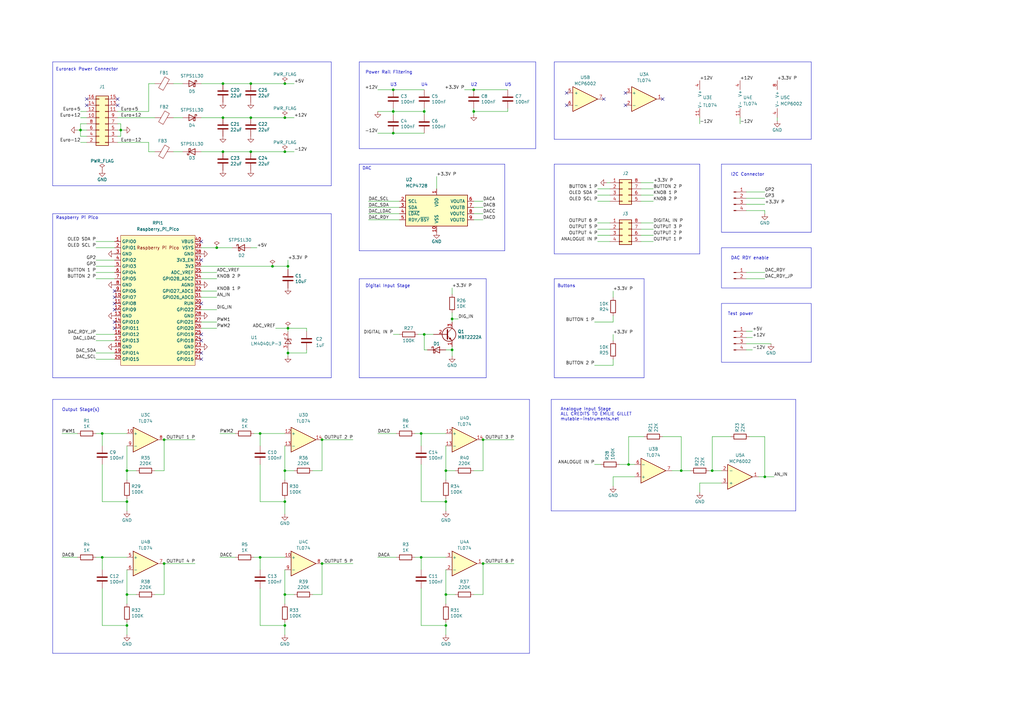
<source format=kicad_sch>
(kicad_sch (version 20230121) (generator eeschema)
  (paper "A3")
  (title_block (title "DAC board for EuroPi") (date "2023-05-28") (rev "1") (company "François Georgy") (comment 1 "CC BY-SA 3.0"))
  (junction (at 52.07 243.84))
  (junction (at 182.88 193.04))
  (junction (at 173.99 45.72))
  (junction (at 182.88 205.74))
  (junction (at 88.9 101.6))
  (junction (at 161.29 36.83))
  (junction (at 91.44 48.26))
  (junction (at 49.53 53.34))
  (junction (at 161.29 45.72))
  (junction (at 198.12 180.34))
  (junction (at 67.31 231.14))
  (junction (at 161.29 54.61))
  (junction (at 194.31 36.83))
  (junction (at 52.07 193.04))
  (junction (at 116.84 34.29))
  (junction (at 132.08 180.34))
  (junction (at 116.84 205.74))
  (junction (at 185.42 130.81))
  (junction (at 33.02 53.34))
  (junction (at 102.87 48.26))
  (junction (at 52.07 205.74))
  (junction (at 279.4 193.04))
  (junction (at 41.91 177.8))
  (junction (at 118.11 144.78))
  (junction (at 132.08 231.14))
  (junction (at 173.99 137.16))
  (junction (at 118.11 134.62))
  (junction (at 182.88 256.54))
  (junction (at 292.1 193.04))
  (junction (at 67.31 180.34))
  (junction (at 102.87 62.23))
  (junction (at 91.44 62.23))
  (junction (at 111.76 109.22))
  (junction (at 91.44 34.29))
  (junction (at 172.72 177.8))
  (junction (at 41.91 228.6))
  (junction (at 194.31 45.72))
  (junction (at 313.69 195.58))
  (junction (at 198.12 231.14))
  (junction (at 185.42 143.51))
  (junction (at 52.07 256.54))
  (junction (at 102.87 34.29))
  (junction (at 116.84 48.26))
  (junction (at 182.88 243.84))
  (junction (at 106.68 177.8))
  (junction (at 116.84 243.84))
  (junction (at 116.84 62.23))
  (junction (at 118.11 109.22))
  (junction (at 172.72 228.6))
  (junction (at 257.81 190.5))
  (junction (at 106.68 228.6))
  (junction (at 116.84 256.54))
  (junction (at 116.84 193.04))
  (no_connect (at 82.55 137.16))
  (no_connect (at 46.99 134.62))
  (no_connect (at 46.99 119.38))
  (no_connect (at 48.26 43.18))
  (no_connect (at 35.56 40.64))
  (no_connect (at 46.99 121.92))
  (no_connect (at 46.99 132.08))
  (no_connect (at 46.99 127))
  (no_connect (at 82.55 139.7))
  (no_connect (at 82.55 147.32))
  (no_connect (at 256.54 43.18))
  (no_connect (at 271.78 40.64))
  (no_connect (at 256.54 38.1))
  (no_connect (at 48.26 40.64))
  (no_connect (at 82.55 99.06))
  (no_connect (at 82.55 106.68))
  (no_connect (at 82.55 124.46))
  (no_connect (at 82.55 144.78))
  (no_connect (at 35.56 43.18))
  (no_connect (at 46.99 124.46))
  (no_connect (at 232.41 43.18))
  (no_connect (at 232.41 38.1))
  (no_connect (at 247.65 40.64))
  (wire (pts (xy 52.07 205.74) (xy 41.91 205.74)))
  (polyline (pts (xy 332.74 95.25) (xy 295.91 95.25)))
  (wire (pts (xy 279.4 193.04) (xy 275.59 193.04)))
  (wire (pts (xy 262.89 74.93) (xy 267.97 74.93)))
  (wire (pts (xy 49.53 53.34) (xy 50.8 53.34)))
  (wire (pts (xy 125.73 135.89) (xy 125.73 134.62)))
  (polyline (pts (xy 226.06 163.83) (xy 226.06 209.55)))
  (wire (pts (xy 39.37 99.06) (xy 46.99 99.06)))
  (wire (pts (xy 82.55 127) (xy 88.9 127)))
  (wire (pts (xy 71.12 34.29) (xy 74.93 34.29)))
  (wire (pts (xy 35.56 50.8) (xy 33.02 50.8)))
  (wire (pts (xy 82.55 119.38) (xy 88.9 119.38)))
  (wire (pts (xy 106.68 177.8) (xy 116.84 177.8)))
  (wire (pts (xy 306.07 111.76) (xy 313.69 111.76)))
  (wire (pts (xy 151.13 85.09) (xy 163.83 85.09)))
  (wire (pts (xy 118.11 144.78) (xy 125.73 144.78)))
  (polyline (pts (xy 147.32 102.87) (xy 147.32 67.31)))
  (wire (pts (xy 118.11 109.22) (xy 118.11 110.49)))
  (wire (pts (xy 116.84 182.88) (xy 116.84 193.04)))
  (wire (pts (xy 106.68 177.8) (xy 104.14 177.8)))
  (wire (pts (xy 287.02 50.8) (xy 287.02 48.26)))
  (wire (pts (xy 33.02 53.34) (xy 31.75 53.34)))
  (wire (pts (xy 52.07 243.84) (xy 52.07 247.65)))
  (wire (pts (xy 185.42 128.27) (xy 185.42 130.81)))
  (wire (pts (xy 313.69 179.07) (xy 307.34 179.07)))
  (polyline (pts (xy 227.33 67.31) (xy 227.33 104.14)))
  (wire (pts (xy 67.31 231.14) (xy 80.01 231.14)))
  (wire (pts (xy 82.55 109.22) (xy 111.76 109.22)))
  (wire (pts (xy 313.69 195.58) (xy 313.69 179.07)))
  (wire (pts (xy 82.55 132.08) (xy 88.9 132.08)))
  (wire (pts (xy 245.11 82.55) (xy 250.19 82.55)))
  (wire (pts (xy 182.88 205.74) (xy 182.88 209.55)))
  (wire (pts (xy 161.29 54.61) (xy 173.99 54.61)))
  (wire (pts (xy 144.78 180.34) (xy 132.08 180.34)))
  (polyline (pts (xy 199.39 114.3) (xy 199.39 154.94)))
  (wire (pts (xy 295.91 193.04) (xy 292.1 193.04)))
  (wire (pts (xy 173.99 137.16) (xy 173.99 143.51)))
  (wire (pts (xy 82.55 34.29) (xy 91.44 34.29)))
  (wire (pts (xy 33.02 45.72) (xy 35.56 45.72)))
  (wire (pts (xy 182.88 243.84) (xy 182.88 247.65)))
  (wire (pts (xy 116.84 255.27) (xy 116.84 256.54)))
  (wire (pts (xy 60.96 62.23) (xy 60.96 58.42)))
  (wire (pts (xy 257.81 190.5) (xy 260.35 190.5)))
  (wire (pts (xy 48.26 53.34) (xy 49.53 53.34)))
  (wire (pts (xy 317.5 195.58) (xy 313.69 195.58)))
  (wire (pts (xy 251.46 132.08) (xy 251.46 129.54)))
  (polyline (pts (xy 135.89 154.94) (xy 21.59 154.94)))
  (wire (pts (xy 48.26 45.72) (xy 60.96 45.72)))
  (wire (pts (xy 41.91 256.54) (xy 41.91 241.3)))
  (wire (pts (xy 102.87 101.6) (xy 105.41 101.6)))
  (wire (pts (xy 292.1 193.04) (xy 290.83 193.04)))
  (wire (pts (xy 245.11 91.44) (xy 250.19 91.44)))
  (polyline (pts (xy 287.02 67.31) (xy 287.02 104.14)))
  (wire (pts (xy 82.55 111.76) (xy 88.9 111.76)))
  (wire (pts (xy 198.12 180.34) (xy 198.12 193.04)))
  (wire (pts (xy 52.07 205.74) (xy 52.07 209.55)))
  (wire (pts (xy 52.07 204.47) (xy 52.07 205.74)))
  (wire (pts (xy 182.88 204.47) (xy 182.88 205.74)))
  (wire (pts (xy 182.88 205.74) (xy 172.72 205.74)))
  (wire (pts (xy 48.26 48.26) (xy 63.5 48.26)))
  (wire (pts (xy 39.37 114.3) (xy 46.99 114.3)))
  (wire (pts (xy 245.11 80.01) (xy 250.19 80.01)))
  (polyline (pts (xy 295.91 95.25) (xy 295.91 67.31)))
  (wire (pts (xy 60.96 34.29) (xy 63.5 34.29)))
  (polyline (pts (xy 147.32 114.3) (xy 199.39 114.3)))
  (wire (pts (xy 306.07 135.89) (xy 308.61 135.89)))
  (wire (pts (xy 248.92 74.93) (xy 250.19 74.93)))
  (wire (pts (xy 41.91 177.8) (xy 52.07 177.8)))
  (wire (pts (xy 243.84 190.5) (xy 246.38 190.5)))
  (wire (pts (xy 306.07 86.36) (xy 313.69 86.36)))
  (wire (pts (xy 172.72 228.6) (xy 170.18 228.6)))
  (wire (pts (xy 35.56 55.88) (xy 33.02 55.88)))
  (wire (pts (xy 67.31 243.84) (xy 63.5 243.84)))
  (wire (pts (xy 198.12 193.04) (xy 194.31 193.04)))
  (wire (pts (xy 116.84 62.23) (xy 120.65 62.23)))
  (wire (pts (xy 106.68 182.88) (xy 106.68 177.8)))
  (polyline (pts (xy 264.16 114.3) (xy 227.33 114.3)))
  (wire (pts (xy 39.37 101.6) (xy 46.99 101.6)))
  (wire (pts (xy 48.26 58.42) (xy 60.96 58.42)))
  (wire (pts (xy 52.07 255.27) (xy 52.07 256.54)))
  (polyline (pts (xy 207.01 102.87) (xy 147.32 102.87)))
  (wire (pts (xy 194.31 45.72) (xy 194.31 46.99)))
  (wire (pts (xy 279.4 179.07) (xy 279.4 193.04)))
  (wire (pts (xy 179.07 72.39) (xy 179.07 77.47)))
  (wire (pts (xy 116.84 193.04) (xy 116.84 196.85)))
  (wire (pts (xy 132.08 193.04) (xy 128.27 193.04)))
  (wire (pts (xy 52.07 193.04) (xy 52.07 196.85)))
  (polyline (pts (xy 135.89 76.2) (xy 135.89 25.4)))
  (polyline (pts (xy 135.89 87.63) (xy 135.89 154.94)))
  (wire (pts (xy 303.53 50.8) (xy 303.53 48.26)))
  (wire (pts (xy 185.42 143.51) (xy 185.42 146.05)))
  (wire (pts (xy 90.17 177.8) (xy 96.52 177.8)))
  (polyline (pts (xy 227.33 57.15) (xy 227.33 25.4)))
  (wire (pts (xy 182.88 256.54) (xy 182.88 260.35)))
  (wire (pts (xy 49.53 55.88) (xy 49.53 53.34)))
  (polyline (pts (xy 295.91 67.31) (xy 332.74 67.31)))
  (wire (pts (xy 154.94 228.6) (xy 162.56 228.6)))
  (wire (pts (xy 33.02 50.8) (xy 33.02 53.34)))
  (wire (pts (xy 198.12 180.34) (xy 210.82 180.34)))
  (wire (pts (xy 194.31 90.17) (xy 198.12 90.17)))
  (wire (pts (xy 251.46 195.58) (xy 260.35 195.58)))
  (wire (pts (xy 306.07 138.43) (xy 308.61 138.43)))
  (wire (pts (xy 116.84 48.26) (xy 120.65 48.26)))
  (wire (pts (xy 306.07 81.28) (xy 313.69 81.28)))
  (wire (pts (xy 245.11 77.47) (xy 250.19 77.47)))
  (wire (pts (xy 182.88 256.54) (xy 172.72 256.54)))
  (polyline (pts (xy 227.33 67.31) (xy 287.02 67.31)))
  (wire (pts (xy 82.55 121.92) (xy 88.9 121.92)))
  (wire (pts (xy 313.69 87.63) (xy 313.69 86.36)))
  (wire (pts (xy 182.88 255.27) (xy 182.88 256.54)))
  (wire (pts (xy 67.31 180.34) (xy 67.31 193.04)))
  (wire (pts (xy 251.46 137.16) (xy 251.46 139.7)))
  (wire (pts (xy 111.76 109.22) (xy 118.11 109.22)))
  (wire (pts (xy 198.12 231.14) (xy 198.12 243.84)))
  (wire (pts (xy 172.72 233.68) (xy 172.72 228.6)))
  (wire (pts (xy 182.88 233.68) (xy 182.88 243.84)))
  (wire (pts (xy 262.89 77.47) (xy 267.97 77.47)))
  (wire (pts (xy 39.37 144.78) (xy 46.99 144.78)))
  (wire (pts (xy 182.88 143.51) (xy 185.42 143.51)))
  (polyline (pts (xy 147.32 154.94) (xy 147.32 114.3)))
  (wire (pts (xy 262.89 93.98) (xy 267.97 93.98)))
  (wire (pts (xy 39.37 139.7) (xy 46.99 139.7)))
  (wire (pts (xy 118.11 134.62) (xy 125.73 134.62)))
  (wire (pts (xy 35.56 53.34) (xy 33.02 53.34)))
  (wire (pts (xy 161.29 44.45) (xy 161.29 45.72)))
  (wire (pts (xy 48.26 50.8) (xy 49.53 50.8)))
  (wire (pts (xy 173.99 44.45) (xy 173.99 45.72)))
  (wire (pts (xy 154.94 45.72) (xy 161.29 45.72)))
  (wire (pts (xy 306.07 83.82) (xy 313.69 83.82)))
  (wire (pts (xy 116.84 205.74) (xy 106.68 205.74)))
  (wire (pts (xy 91.44 34.29) (xy 102.87 34.29)))
  (wire (pts (xy 161.29 36.83) (xy 173.99 36.83)))
  (wire (pts (xy 91.44 62.23) (xy 102.87 62.23)))
  (polyline (pts (xy 332.74 57.15) (xy 227.33 57.15)))
  (wire (pts (xy 151.13 87.63) (xy 163.83 87.63)))
  (polyline (pts (xy 326.39 163.83) (xy 226.06 163.83)))
  (wire (pts (xy 41.91 177.8) (xy 39.37 177.8)))
  (polyline (pts (xy 21.59 76.2) (xy 135.89 76.2)))
  (wire (pts (xy 116.84 256.54) (xy 106.68 256.54)))
  (wire (pts (xy 292.1 193.04) (xy 292.1 179.07)))
  (wire (pts (xy 262.89 80.01) (xy 267.97 80.01)))
  (wire (pts (xy 251.46 149.86) (xy 243.84 149.86)))
  (wire (pts (xy 172.72 205.74) (xy 172.72 190.5)))
  (polyline (pts (xy 226.06 209.55) (xy 326.39 209.55)))
  (wire (pts (xy 182.88 182.88) (xy 182.88 193.04)))
  (wire (pts (xy 120.65 243.84) (xy 116.84 243.84)))
  (wire (pts (xy 262.89 96.52) (xy 267.97 96.52)))
  (wire (pts (xy 318.77 49.53) (xy 318.77 48.26)))
  (wire (pts (xy 154.94 54.61) (xy 161.29 54.61)))
  (wire (pts (xy 67.31 180.34) (xy 80.01 180.34)))
  (wire (pts (xy 67.31 231.14) (xy 67.31 243.84)))
  (wire (pts (xy 186.69 193.04) (xy 182.88 193.04)))
  (wire (pts (xy 52.07 182.88) (xy 52.07 193.04)))
  (polyline (pts (xy 264.16 154.94) (xy 264.16 114.3)))
  (wire (pts (xy 102.87 62.23) (xy 116.84 62.23)))
  (wire (pts (xy 48.26 55.88) (xy 49.53 55.88)))
  (wire (pts (xy 271.78 179.07) (xy 279.4 179.07)))
  (wire (pts (xy 41.91 233.68) (xy 41.91 228.6)))
  (polyline (pts (xy 147.32 25.4) (xy 219.71 25.4)))
  (polyline (pts (xy 21.59 25.4) (xy 21.59 76.2)))
  (wire (pts (xy 177.8 137.16) (xy 173.99 137.16)))
  (wire (pts (xy 52.07 233.68) (xy 52.07 243.84)))
  (wire (pts (xy 262.89 99.06) (xy 267.97 99.06)))
  (wire (pts (xy 283.21 193.04) (xy 279.4 193.04)))
  (wire (pts (xy 118.11 146.05) (xy 118.11 144.78)))
  (polyline (pts (xy 287.02 104.14) (xy 227.33 104.14)))
  (wire (pts (xy 154.94 36.83) (xy 161.29 36.83)))
  (wire (pts (xy 194.31 82.55) (xy 198.12 82.55)))
  (polyline (pts (xy 199.39 154.94) (xy 147.32 154.94)))
  (wire (pts (xy 306.07 143.51) (xy 308.61 143.51)))
  (wire (pts (xy 52.07 256.54) (xy 52.07 260.35)))
  (wire (pts (xy 245.11 99.06) (xy 250.19 99.06)))
  (wire (pts (xy 194.31 44.45) (xy 194.31 45.72)))
  (wire (pts (xy 90.17 228.6) (xy 96.52 228.6)))
  (wire (pts (xy 102.87 34.29) (xy 116.84 34.29)))
  (wire (pts (xy 125.73 143.51) (xy 125.73 144.78)))
  (wire (pts (xy 82.55 114.3) (xy 88.9 114.3)))
  (wire (pts (xy 118.11 106.68) (xy 118.11 109.22)))
  (wire (pts (xy 25.4 177.8) (xy 31.75 177.8)))
  (wire (pts (xy 132.08 231.14) (xy 144.78 231.14)))
  (wire (pts (xy 262.89 91.44) (xy 267.97 91.44)))
  (polyline (pts (xy 147.32 67.31) (xy 207.01 67.31)))
  (polyline (pts (xy 217.17 163.83) (xy 21.59 163.83)))
  (wire (pts (xy 306.07 78.74) (xy 313.69 78.74)))
  (polyline (pts (xy 21.59 267.97) (xy 217.17 267.97)))
  (wire (pts (xy 113.03 134.62) (xy 118.11 134.62)))
  (polyline (pts (xy 21.59 25.4) (xy 135.89 25.4)))
  (wire (pts (xy 33.02 48.26) (xy 35.56 48.26)))
  (wire (pts (xy 71.12 48.26) (xy 74.93 48.26)))
  (wire (pts (xy 52.07 256.54) (xy 41.91 256.54)))
  (wire (pts (xy 39.37 137.16) (xy 46.99 137.16)))
  (polyline (pts (xy 326.39 209.55) (xy 326.39 163.83)))
  (wire (pts (xy 55.88 243.84) (xy 52.07 243.84)))
  (wire (pts (xy 251.46 119.38) (xy 251.46 121.92)))
  (wire (pts (xy 82.55 62.23) (xy 91.44 62.23)))
  (wire (pts (xy 132.08 243.84) (xy 128.27 243.84)))
  (wire (pts (xy 185.42 118.11) (xy 185.42 120.65)))
  (wire (pts (xy 198.12 231.14) (xy 210.82 231.14)))
  (polyline (pts (xy 21.59 163.83) (xy 21.59 267.97)))
  (wire (pts (xy 116.84 205.74) (xy 116.84 210.82)))
  (wire (pts (xy 173.99 45.72) (xy 173.99 46.99)))
  (wire (pts (xy 185.42 142.24) (xy 185.42 143.51)))
  (wire (pts (xy 116.84 256.54) (xy 116.84 260.35)))
  (wire (pts (xy 39.37 109.22) (xy 46.99 109.22)))
  (wire (pts (xy 172.72 177.8) (xy 182.88 177.8)))
  (wire (pts (xy 251.46 199.39) (xy 251.46 195.58)))
  (wire (pts (xy 172.72 228.6) (xy 182.88 228.6)))
  (wire (pts (xy 41.91 182.88) (xy 41.91 177.8)))
  (wire (pts (xy 161.29 45.72) (xy 173.99 45.72)))
  (wire (pts (xy 39.37 111.76) (xy 46.99 111.76)))
  (wire (pts (xy 82.55 134.62) (xy 88.9 134.62)))
  (wire (pts (xy 82.55 101.6) (xy 88.9 101.6)))
  (wire (pts (xy 172.72 182.88) (xy 172.72 177.8)))
  (wire (pts (xy 154.94 177.8) (xy 162.56 177.8)))
  (wire (pts (xy 287.02 201.93) (xy 287.02 198.12)))
  (wire (pts (xy 262.89 82.55) (xy 267.97 82.55)))
  (wire (pts (xy 106.68 228.6) (xy 104.14 228.6)))
  (wire (pts (xy 194.31 87.63) (xy 198.12 87.63)))
  (wire (pts (xy 132.08 231.14) (xy 132.08 243.84)))
  (wire (pts (xy 39.37 106.68) (xy 46.99 106.68)))
  (wire (pts (xy 171.45 137.16) (xy 173.99 137.16)))
  (wire (pts (xy 60.96 34.29) (xy 60.96 45.72)))
  (wire (pts (xy 41.91 228.6) (xy 39.37 228.6)))
  (wire (pts (xy 41.91 205.74) (xy 41.91 190.5)))
  (polyline (pts (xy 21.59 154.94) (xy 21.59 87.63)))
  (wire (pts (xy 116.84 204.47) (xy 116.84 205.74)))
  (wire (pts (xy 67.31 193.04) (xy 63.5 193.04)))
  (wire (pts (xy 106.68 228.6) (xy 116.84 228.6)))
  (wire (pts (xy 49.53 50.8) (xy 49.53 53.34)))
  (wire (pts (xy 102.87 48.26) (xy 116.84 48.26)))
  (wire (pts (xy 185.42 130.81) (xy 187.96 130.81)))
  (polyline (pts (xy 147.32 25.4) (xy 147.32 60.96)))
  (wire (pts (xy 194.31 45.72) (xy 208.28 45.72)))
  (wire (pts (xy 254 190.5) (xy 257.81 190.5)))
  (wire (pts (xy 306.07 114.3) (xy 313.69 114.3)))
  (wire (pts (xy 60.96 62.23) (xy 63.5 62.23)))
  (wire (pts (xy 251.46 132.08) (xy 243.84 132.08)))
  (wire (pts (xy 185.42 130.81) (xy 185.42 132.08)))
  (wire (pts (xy 116.84 233.68) (xy 116.84 243.84)))
  (wire (pts (xy 161.29 137.16) (xy 163.83 137.16)))
  (wire (pts (xy 88.9 101.6) (xy 95.25 101.6)))
  (wire (pts (xy 33.02 58.42) (xy 35.56 58.42)))
  (polyline (pts (xy 219.71 60.96) (xy 219.71 25.4)))
  (wire (pts (xy 245.11 93.98) (xy 250.19 93.98)))
  (wire (pts (xy 55.88 193.04) (xy 52.07 193.04)))
  (wire (pts (xy 71.12 62.23) (xy 74.93 62.23)))
  (polyline (pts (xy 227.33 154.94) (xy 264.16 154.94)))
  (wire (pts (xy 82.55 48.26) (xy 91.44 48.26)))
  (polyline (pts (xy 227.33 114.3) (xy 227.33 154.94)))
  (polyline (pts (xy 227.33 25.4) (xy 332.74 25.4)))
  (wire (pts (xy 132.08 180.34) (xy 132.08 193.04)))
  (wire (pts (xy 172.72 256.54) (xy 172.72 241.3)))
  (wire (pts (xy 106.68 256.54) (xy 106.68 241.3)))
  (wire (pts (xy 91.44 48.26) (xy 102.87 48.26)))
  (polyline (pts (xy 217.17 267.97) (xy 217.17 163.83)))
  (wire (pts (xy 106.68 205.74) (xy 106.68 190.5)))
  (wire (pts (xy 198.12 243.84) (xy 194.31 243.84)))
  (wire (pts (xy 264.16 179.07) (xy 257.81 179.07)))
  (wire (pts (xy 172.72 177.8) (xy 170.18 177.8)))
  (wire (pts (xy 33.02 53.34) (xy 33.02 55.88)))
  (wire (pts (xy 151.13 82.55) (xy 163.83 82.55)))
  (wire (pts (xy 292.1 179.07) (xy 299.72 179.07)))
  (wire (pts (xy 208.28 44.45) (xy 208.28 45.72)))
  (wire (pts (xy 151.13 90.17) (xy 163.83 90.17)))
  (polyline (pts (xy 207.01 67.31) (xy 207.01 102.87)))
  (wire (pts (xy 120.65 193.04) (xy 116.84 193.04)))
  (wire (pts (xy 245.11 96.52) (xy 250.19 96.52)))
  (wire (pts (xy 287.02 198.12) (xy 295.91 198.12)))
  (polyline (pts (xy 21.59 87.63) (xy 135.89 87.63)))
  (wire (pts (xy 118.11 134.62) (xy 118.11 135.89)))
  (wire (pts (xy 118.11 143.51) (xy 118.11 144.78)))
  (wire (pts (xy 173.99 143.51) (xy 175.26 143.51)))
  (wire (pts (xy 116.84 243.84) (xy 116.84 247.65)))
  (wire (pts (xy 186.69 243.84) (xy 182.88 243.84)))
  (wire (pts (xy 182.88 193.04) (xy 182.88 196.85)))
  (wire (pts (xy 194.31 85.09) (xy 198.12 85.09)))
  (wire (pts (xy 106.68 233.68) (xy 106.68 228.6)))
  (wire (pts (xy 190.5 36.83) (xy 194.31 36.83)))
  (wire (pts (xy 25.4 228.6) (xy 31.75 228.6)))
  (wire (pts (xy 41.91 228.6) (xy 52.07 228.6)))
  (wire (pts (xy 257.81 179.07) (xy 257.81 190.5)))
  (wire (pts (xy 116.84 34.29) (xy 120.65 34.29)))
  (polyline (pts (xy 332.74 67.31) (xy 332.74 95.25)))
  (wire (pts (xy 161.29 45.72) (xy 161.29 46.99)))
  (polyline (pts (xy 332.74 25.4) (xy 332.74 57.15)))
  (wire (pts (xy 306.07 140.97) (xy 316.23 140.97)))
  (wire (pts (xy 311.15 195.58) (xy 313.69 195.58)))
  (wire (pts (xy 39.37 147.32) (xy 46.99 147.32)))
  (wire (pts (xy 251.46 149.86) (xy 251.46 147.32)))
  (wire (pts (xy 194.31 36.83) (xy 208.28 36.83)))
  (polyline (pts (xy 147.32 60.96) (xy 219.71 60.96)))
  (rectangle (start 295.91 124.46) (end 332.74 148.59))
  (rectangle (start 295.91 101.6) (end 332.74 118.11))
  (text "U2" (at 193.04 35.56 0) (effects (font (size 1.27 1.27)) (justify left bottom)))
  (text "Buttons" (at 228.6 118.11 0) (effects (font (size 1.27 1.27)) (justify left bottom)))
  (text "Analogue Input Stage\nALL CREDITS TO ÉMILIE GILLET\nmutable-instruments.net" (at 229.87 172.72 0) (effects (font (size 1.27 1.27)) (justify left bottom)))
  (text "Power Rail Filtering" (at 149.86 30.48 0) (effects (font (size 1.27 1.27)) (justify left bottom)))
  (text "Eurorack Power Connector" (at 22.86 29.21 0) (effects (font (size 1.27 1.27)) (justify left bottom)))
  (text "I2C Connector" (at 299.72 72.39 0) (effects (font (size 1.27 1.27)) (justify left bottom)))
  (text "U3" (at 160.02 35.56 0) (effects (font (size 1.27 1.27)) (justify left bottom)))
  (text "Digital Input Stage\n" (at 149.86 118.11 0) (effects (font (size 1.27 1.27)) (justify left bottom)))
  (text "DAC" (at 148.59 69.85 0) (effects (font (size 1.27 1.27)) (justify left bottom)))
  (text "Raspberry Pi Pico" (at 22.86 90.17 0) (effects (font (size 1.27 1.27)) (justify left bottom)))
  (text "U4" (at 172.72 35.56 0) (effects (font (size 1.27 1.27)) (justify left bottom)))
  (text "Output Stage(s)" (at 25.4 168.91 0) (effects (font (size 1.27 1.27)) (justify left bottom)))
  (text "U5" (at 207.01 35.56 0) (effects (font (size 1.27 1.27)) (justify left bottom)))
  (text "Test power" (at 298.45 129.54 0) (effects (font (size 1.27 1.27)) (justify left bottom)))
  (text "DAC RDY enable" (at 299.72 106.68 0) (effects (font (size 1.27 1.27)) (justify left bottom)))
  (label "-12V" (at 287.02 50.8 0))
  (label "+12V" (at 120.65 48.26 0))
  (label "OLED SCL P" (at 245.11 82.55 180))
  (label "+5V" (at 120.65 34.29 0))
  (label "OUTPUT 6 P" (at 245.11 91.44 180))
  (label "DAC_LDAC" (at 151.13 87.63 0))
  (label "DACC" (at 198.12 87.63 0))
  (label "GP2" (at 39.37 106.68 180))
  (label "DACA" (at 154.94 228.6 0))
  (label "KNOB 2 P" (at 88.9 114.3 0))
  (label "DACC" (at 90.17 228.6 0))
  (label "GP3" (at 39.37 109.22 180))
  (label "BUTTON 2 P" (at 243.84 149.86 180))
  (label "-12V" (at 154.94 54.61 180))
  (label "DACA" (at 198.12 82.55 0))
  (label "BUTTON 2 P" (at 267.97 77.47 0))
  (label "GP2" (at 313.69 78.74 0))
  (label "OUTPUT 2 P" (at 267.97 96.52 0))
  (label "DIG_IN" (at 187.96 130.81 0))
  (label "Euro+12" (at 49.53 48.26 0))
  (label "-12V" (at 303.53 50.8 0))
  (label "+3.3V P" (at 267.97 74.93 0))
  (label "+12V" (at 154.94 36.83 180))
  (label "PWM1" (at 25.4 177.8 0))
  (label "DACB" (at 25.4 228.6 0))
  (label "ADC_VREF" (at 113.03 134.62 180))
  (label "OUTPUT 3 P" (at 267.97 93.98 0))
  (label "+3.3V P" (at 179.07 72.39 0))
  (label "DACD" (at 198.12 90.17 0))
  (label "+3.3V P" (at 251.46 137.16 0))
  (label "DAC_SCL" (at 39.37 147.32 180))
  (label "OUTPUT 5 P" (at 144.78 231.14 180))
  (label "+3.3V P" (at 318.77 33.02 0))
  (label "DAC_SCL" (at 151.13 82.55 0))
  (label "+5V" (at 105.41 101.6 0))
  (label "OUTPUT 3 P" (at 210.82 180.34 180))
  (label "PWM1" (at 88.9 132.08 0))
  (label "OLED SDA P" (at 245.11 80.01 180))
  (label "ANALOGUE IN P" (at 243.84 190.5 180))
  (label "+12V" (at 308.61 138.43 0))
  (label "PWM2" (at 88.9 134.62 0))
  (label "Euro+5" (at 49.53 45.72 0))
  (label "Euro+12" (at 33.02 48.26 180))
  (label "ANALOGUE IN P" (at 245.11 99.06 180))
  (label "+3.3V P" (at 185.42 118.11 0))
  (label "OUTPUT 1 P" (at 80.01 180.34 180))
  (label "OLED SDA P" (at 39.37 99.06 180))
  (label "DIG_IN" (at 88.9 127 0))
  (label "DACB" (at 198.12 85.09 0))
  (label "Euro-12" (at 33.02 58.42 180))
  (label "BUTTON 1 P" (at 243.84 132.08 180))
  (label "DACD" (at 154.94 177.8 0))
  (label "+12V" (at 303.53 33.02 0))
  (label "PWM2" (at 90.17 177.8 0))
  (label "BUTTON 2 P" (at 39.37 114.3 180))
  (label "DAC_SDA" (at 39.37 144.78 180))
  (label "Euro-12" (at 49.53 58.42 0))
  (label "+5V" (at 308.61 135.89 0))
  (label "-12V" (at 120.65 62.23 0))
  (label "OUTPUT 4 P" (at 245.11 96.52 180))
  (label "DIGITAL IN P" (at 267.97 91.44 0))
  (label "+12V" (at 287.02 33.02 0))
  (label "AN_IN" (at 88.9 121.92 0))
  (label "DAC_SDA" (at 151.13 85.09 0))
  (label "+3.3V P" (at 313.69 83.82 0))
  (label "BUTTON 1 P" (at 245.11 77.47 180))
  (label "DAC_RDY" (at 313.69 111.76 0))
  (label "+3.3V P" (at 118.11 106.68 0))
  (label "GP3" (at 313.69 81.28 0))
  (label "OUTPUT 4 P" (at 80.01 231.14 180))
  (label "KNOB 2 P" (at 267.97 82.55 0))
  (label "+3.3V P" (at 251.46 119.38 0))
  (label "OUTPUT 5 P" (at 245.11 93.98 180))
  (label "Euro+5" (at 33.02 45.72 180))
  (label "KNOB 1 P" (at 88.9 119.38 0))
  (label "BUTTON 1 P" (at 39.37 111.76 180))
  (label "DAC_RDY_JP" (at 39.37 137.16 180))
  (label "OLED SCL P" (at 39.37 101.6 180))
  (label "-12V" (at 308.61 143.51 0))
  (label "OUTPUT 1 P" (at 267.97 99.06 0))
  (label "DIGITAL IN P" (at 161.29 137.16 180))
  (label "KNOB 1 P" (at 267.97 80.01 0))
  (label "OUTPUT 6 P" (at 210.82 231.14 180))
  (label "DAC_RDY" (at 151.13 90.17 0))
  (label "DAC_RDY_JP" (at 313.69 114.3 0))
  (label "AN_IN" (at 317.5 195.58 0))
  (label "+3.3V P" (at 190.5 36.83 180))
  (label "ADC_VREF" (at 88.9 111.76 0))
  (label "OUTPUT 2 P" (at 144.78 180.34 180))
  (label "DAC_LDAC" (at 39.37 139.7 180))
  (symbol (lib_id "Device:R") (at 190.5 243.84 270) (unit 1)
    (property "Reference" "R37" (at 190.5 238.5822 90))
    (property "Value" "220K" (at 190.5 240.8936 90))
    (property "Footprint" "Resistor_SMD:R_0402_1005Metric" (effects hide))
  )
  (symbol (lib_id "Device:R") (at 182.88 251.46 0) (unit 1)
    (property "Reference" "R31" (at 184.658 250.2916 0) (effects (justify left)))
    (property "Value" "100K" (at 184.658 252.603 0) (effects (justify left)))
    (property "Footprint" "Resistor_SMD:R_0402_1005Metric" (effects hide))
  )
  (symbol (lib_id "Device:R") (at 166.37 228.6 270) (unit 1)
    (property "Reference" "R3" (at 166.37 223.3422 90))
    (property "Value" "1K" (at 166.37 225.6536 90))
    (property "Footprint" "Resistor_SMD:R_0402_1005Metric" (effects hide))
  )
  (symbol (lib_id "Device:C") (at 172.72 237.49 0) (unit 1)
    (property "Reference" "C11" (at 175.7172 236.3216 0) (effects (justify left)))
    (property "Value" "100nF" (at 175.7172 238.633 0) (effects (justify left)))
    (property "Footprint" "Capacitor_SMD:C_0402_1005Metric" (effects hide))
  )
  (symbol (lib_id "power:GND") (at 182.88 209.55 0) (unit 1)
    (property "Reference" "#PWR0117" (effects hide))
    (property "Value" "GND" (at 182.88 213.36 0))
  )
  (symbol (lib_id "Device:R") (at 59.69 193.04 270) (unit 1)
    (property "Reference" "R35" (at 59.69 187.7822 90))
    (property "Value" "220K" (at 59.69 190.0936 90))
    (property "Footprint" "Resistor_SMD:R_0402_1005Metric" (effects hide))
  )
  (symbol (lib_id "Device:R") (at 52.07 200.66 0) (unit 1)
    (property "Reference" "R29" (at 53.848 199.4916 0) (effects (justify left)))
    (property "Value" "100K" (at 53.848 201.803 0) (effects (justify left)))
    (property "Footprint" "Resistor_SMD:R_0402_1005Metric" (effects hide))
  )
  (symbol (lib_id "Device:R") (at 35.56 177.8 270) (unit 1)
    (property "Reference" "R1" (at 35.56 172.5422 90))
    (property "Value" "1K" (at 35.56 174.8536 90))
    (property "Footprint" "Resistor_SMD:R_0402_1005Metric" (effects hide))
  )
  (symbol (lib_id "Device:C") (at 41.91 186.69 0) (unit 1)
    (property "Reference" "C9" (at 44.9072 185.5216 0) (effects (justify left)))
    (property "Value" "100nF" (at 44.9072 187.833 0) (effects (justify left)))
    (property "Footprint" "Capacitor_SMD:C_0402_1005Metric" (effects hide))
  )
  (symbol (lib_id "power:GND") (at 52.07 209.55 0) (unit 1)
    (property "Reference" "#PWR0122" (effects hide))
    (property "Value" "GND" (at 52.07 213.36 0))
  )
  (symbol (lib_id "power:GND") (at 154.94 45.72 0) (unit 1)
    (property "Reference" "#PWR0108" (effects hide))
    (property "Value" "GND" (effects hide))
  )
  (symbol (lib_id "Device:R") (at 124.46 193.04 270) (unit 1)
    (property "Reference" "R36" (at 124.46 187.7822 90))
    (property "Value" "220K" (at 124.46 190.0936 90))
    (property "Footprint" "Resistor_SMD:R_0402_1005Metric" (effects hide))
  )
  (symbol (lib_id "Device:R") (at 116.84 200.66 0) (unit 1)
    (property "Reference" "R30" (at 118.618 199.4916 0) (effects (justify left)))
    (property "Value" "100K" (at 118.618 201.803 0) (effects (justify left)))
    (property "Footprint" "Resistor_SMD:R_0402_1005Metric" (effects hide))
  )
  (symbol (lib_id "Device:R") (at 100.33 177.8 270) (unit 1)
    (property "Reference" "R2" (at 100.33 172.5422 90))
    (property "Value" "1K" (at 100.33 174.8536 90))
    (property "Footprint" "Resistor_SMD:R_0402_1005Metric" (effects hide))
  )
  (symbol (lib_id "Device:C") (at 106.68 186.69 0) (unit 1)
    (property "Reference" "C10" (at 109.6772 185.5216 0) (effects (justify left)))
    (property "Value" "100nF" (at 109.6772 187.833 0) (effects (justify left)))
    (property "Footprint" "Capacitor_SMD:C_0402_1005Metric" (effects hide))
  )
  (symbol (lib_id "power:GND") (at 116.84 210.82 0) (unit 1)
    (property "Reference" "#PWR0123" (effects hide))
    (property "Value" "GND" (at 116.84 214.63 0))
  )
  (symbol (lib_id "Device:C") (at 161.29 40.64 0) (unit 1)
    (property "Reference" "C3" (at 164.2872 39.4716 0) (effects (justify left)))
    (property "Value" "100nF" (at 164.2872 41.783 0) (effects (justify left)))
    (property "Footprint" "Capacitor_SMD:C_0402_1005Metric" (effects hide))
  )
  (symbol (lib_id "Device:C") (at 161.29 50.8 0) (unit 1)
    (property "Reference" "C4" (at 164.2872 49.6316 0) (effects (justify left)))
    (property "Value" "100nF" (at 164.2872 51.943 0) (effects (justify left)))
    (property "Footprint" "Capacitor_SMD:C_0402_1005Metric" (effects hide))
  )
  (symbol (lib_id "Device:C") (at 173.99 40.64 0) (unit 1)
    (property "Reference" "C5" (at 176.9872 39.4716 0) (effects (justify left)))
    (property "Value" "100nF" (at 176.9872 41.783 0) (effects (justify left)))
    (property "Footprint" "Capacitor_SMD:C_0402_1005Metric" (effects hide))
  )
  (symbol (lib_id "Device:C") (at 173.99 50.8 0) (unit 1)
    (property "Reference" "C6" (at 176.9872 49.6316 0) (effects (justify left)))
    (property "Value" "100nF" (at 176.9872 51.943 0) (effects (justify left)))
    (property "Footprint" "Capacitor_SMD:C_0402_1005Metric" (effects hide))
  )
  (symbol (lib_id "Device:R") (at 190.5 193.04 270) (unit 1)
    (property "Reference" "R40" (at 190.5 187.7822 90))
    (property "Value" "220K" (at 190.5 190.0936 90))
    (property "Footprint" "Resistor_SMD:R_0402_1005Metric" (effects hide))
  )
  (symbol (lib_id "Device:R") (at 182.88 200.66 0) (unit 1)
    (property "Reference" "R34" (at 184.658 199.4916 0) (effects (justify left)))
    (property "Value" "100K" (at 184.658 201.803 0) (effects (justify left)))
    (property "Footprint" "Resistor_SMD:R_0402_1005Metric" (effects hide))
  )
  (symbol (lib_id "Device:R") (at 166.37 177.8 270) (unit 1)
    (property "Reference" "R6" (at 166.37 172.5422 90))
    (property "Value" "1K" (at 166.37 174.8536 90))
    (property "Footprint" "Resistor_SMD:R_0402_1005Metric" (effects hide))
  )
  (symbol (lib_id "Device:C") (at 172.72 186.69 0) (unit 1)
    (property "Reference" "C14" (at 175.7172 185.5216 0) (effects (justify left)))
    (property "Value" "100nF" (at 175.7172 187.833 0) (effects (justify left)))
    (property "Footprint" "Capacitor_SMD:C_0402_1005Metric" (effects hide))
  )
  (symbol (lib_id "power:GND") (at 182.88 260.35 0) (unit 1)
    (property "Reference" "#PWR0119" (effects hide))
    (property "Value" "GND" (at 182.88 264.16 0))
  )
  (symbol (lib_id "Device:R") (at 59.69 243.84 270) (unit 1)
    (property "Reference" "R38" (at 59.69 238.5822 90))
    (property "Value" "220K" (at 59.69 240.8936 90))
    (property "Footprint" "Resistor_SMD:R_0402_1005Metric" (effects hide))
  )
  (symbol (lib_id "Device:R") (at 52.07 251.46 0) (unit 1)
    (property "Reference" "R32" (at 53.848 250.2916 0) (effects (justify left)))
    (property "Value" "100K" (at 53.848 252.603 0) (effects (justify left)))
    (property "Footprint" "Resistor_SMD:R_0402_1005Metric" (effects hide))
  )
  (symbol (lib_id "Device:R") (at 35.56 228.6 270) (unit 1)
    (property "Reference" "R4" (at 35.56 223.3422 90))
    (property "Value" "1K" (at 35.56 225.6536 90))
    (property "Footprint" "Resistor_SMD:R_0402_1005Metric" (effects hide))
  )
  (symbol (lib_id "Device:C") (at 41.91 237.49 0) (unit 1)
    (property "Reference" "C12" (at 44.9072 236.3216 0) (effects (justify left)))
    (property "Value" "100nF" (at 44.9072 238.633 0) (effects (justify left)))
    (property "Footprint" "Capacitor_SMD:C_0402_1005Metric" (effects hide))
  )
  (symbol (lib_id "power:GND") (at 52.07 260.35 0) (unit 1)
    (property "Reference" "#PWR0102" (effects hide))
    (property "Value" "GND" (at 52.07 264.16 0))
  )
  (symbol (lib_id "Device:R") (at 124.46 243.84 270) (unit 1)
    (property "Reference" "R39" (at 124.46 238.5822 90))
    (property "Value" "220K" (at 124.46 240.8936 90))
    (property "Footprint" "Resistor_SMD:R_0402_1005Metric" (effects hide))
  )
  (symbol (lib_id "Device:R") (at 116.84 251.46 0) (unit 1)
    (property "Reference" "R33" (at 118.618 250.2916 0) (effects (justify left)))
    (property "Value" "100K" (at 118.618 252.603 0) (effects (justify left)))
    (property "Footprint" "Resistor_SMD:R_0402_1005Metric" (effects hide))
  )
  (symbol (lib_id "Device:R") (at 100.33 228.6 270) (unit 1)
    (property "Reference" "R5" (at 100.33 223.3422 90))
    (property "Value" "1K" (at 100.33 225.6536 90))
    (property "Footprint" "Resistor_SMD:R_0402_1005Metric" (effects hide))
  )
  (symbol (lib_id "Device:C") (at 106.68 237.49 0) (unit 1)
    (property "Reference" "C13" (at 109.6772 236.3216 0) (effects (justify left)))
    (property "Value" "100nF" (at 109.6772 238.633 0) (effects (justify left)))
    (property "Footprint" "Capacitor_SMD:C_0402_1005Metric" (effects hide))
  )
  (symbol (lib_id "power:GND") (at 116.84 260.35 0) (unit 1)
    (property "Reference" "#PWR0120" (effects hide))
    (property "Value" "GND" (at 116.84 264.16 0))
  )
  (symbol (lib_id "Device:D_Schottky") (at 99.06 101.6 0) (unit 1)
    (property "Reference" "D2" (at 99.06 104.775 0))
    (property "Value" "STPS1L30" (at 98.425 98.425 0))
    (property "Footprint" "Diode_SMD:D_SMA" (effects hide))
    (property "JLCPCB Part #" "C157388" (effects hide))
  )
  (symbol (lib_id "Device:R") (at 167.64 137.16 90) (unit 1)
    (property "Reference" "R27" (at 169.545 134.62 90) (effects (justify left)))
    (property "Value" "100K" (at 170.18 139.7 90) (effects (justify left)))
    (property "Footprint" "Resistor_SMD:R_0402_1005Metric" (effects hide))
  )
  (symbol (lib_id "Device:D_Schottky") (at 179.07 143.51 0) (unit 1)
    (property "Reference" "D1" (at 179.07 140.97 0))
    (property "Value" "1N5817WS" (effects hide))
    (property "Footprint" "Diode_SMD:D_SOD-323" (effects hide))
    (property "Sim.Device" "SPICE" (effects hide))
    (property "Sim.Params" "type=\"D\" model=\"DIODE\" lib=\"\"" (effects hide))
    (property "Sim.Pins" "1=1 2=2" (effects hide))
    (property "JLCPCB Part #" "C727114" (effects hide))
    (property "JLCPCB Rotation Offset" "180" (effects hide))
  )
  (symbol (lib_id "Transistor_BJT:2N2219") (at 182.88 137.16 0) (unit 1)
    (property "Reference" "Q1" (at 187.706 135.9916 0) (effects (justify left)))
    (property "Value" "MBT2222A" (at 187.706 138.303 0) (effects (justify left)))
    (property "Footprint" "Package_TO_SOT_SMD:SOT-23" (effects hide))
    (property "Datasheet" "http://www.onsemi.com/pub_link/Collateral/2N2219-D.PDF" (effects hide))
    (property "JLCPCB Part #" "C8512" (effects hide))
    (property "JLCPCB Rotation Offset" "180" (effects hide))
  )
  (symbol (lib_id "Device:R") (at 185.42 124.46 0) (unit 1)
    (property "Reference" "R26" (at 187.198 123.2916 0) (effects (justify left)))
    (property "Value" "10K" (at 187.198 125.603 0) (effects (justify left)))
    (property "Footprint" "Resistor_SMD:R_0402_1005Metric" (effects hide))
  )
  (symbol (lib_id "power:GND") (at 185.42 146.05 0) (unit 1)
    (property "Reference" "#PWR0118" (effects hide))
    (property "Value" "GND" (at 185.42 149.86 0))
  )
  (symbol (lib_id "Device:R") (at 250.19 190.5 90) (unit 1)
    (property "Reference" "R28" (at 249.0216 188.722 0) (effects (justify left)))
    (property "Value" "100K" (at 251.333 188.722 0) (effects (justify left)))
    (property "Footprint" "Resistor_SMD:R_0402_1005Metric" (effects hide))
  )
  (symbol (lib_id "Device:R") (at 267.97 179.07 90) (unit 1)
    (property "Reference" "R21" (at 266.8016 177.292 0) (effects (justify left)))
    (property "Value" "22K" (at 269.113 177.292 0) (effects (justify left)))
    (property "Footprint" "Resistor_SMD:R_0402_1005Metric" (effects hide))
  )
  (symbol (lib_id "power:GND") (at 251.46 199.39 0) (unit 1)
    (property "Reference" "#PWR0124" (effects hide))
    (property "Value" "GND" (at 251.46 203.2 0))
  )
  (symbol (lib_id "Device:R") (at 287.02 193.04 90) (unit 1)
    (property "Reference" "R22" (at 285.8516 191.262 0) (effects (justify left)))
    (property "Value" "22K" (at 288.163 191.262 0) (effects (justify left)))
    (property "Footprint" "Resistor_SMD:R_0402_1005Metric" (effects hide))
  )
  (symbol (lib_id "power:GND") (at 287.02 201.93 0) (unit 1)
    (property "Reference" "#PWR0121" (effects hide))
    (property "Value" "GND" (at 287.02 205.74 0))
  )
  (symbol (lib_id "Device:R") (at 303.53 179.07 90) (unit 1)
    (property "Reference" "R23" (at 302.3616 177.292 0) (effects (justify left)))
    (property "Value" "22K" (at 304.673 177.292 0) (effects (justify left)))
    (property "Footprint" "Resistor_SMD:R_0402_1005Metric" (effects hide))
  )
  (symbol (lib_id "Device:R") (at 251.46 143.51 180) (unit 1)
    (property "Reference" "R25" (at 249.682 144.6784 0) (effects (justify left)))
    (property "Value" "10K" (at 249.682 142.367 0) (effects (justify left)))
    (property "Footprint" "Resistor_SMD:R_0402_1005Metric" (effects hide))
  )
  (symbol (lib_id "Device:R") (at 251.46 125.73 180) (unit 1)
    (property "Reference" "R24" (at 249.682 126.8984 0) (effects (justify left)))
    (property "Value" "10K" (at 249.682 124.587 0) (effects (justify left)))
    (property "Footprint" "Resistor_SMD:R_0402_1005Metric" (effects hide))
  )
  (symbol (lib_id "power:GND") (at 313.69 87.63 0) (unit 1)
    (property "Reference" "#PWR0101" (effects hide))
    (property "Value" "GND" (at 313.69 91.44 0))
  )
  (symbol (lib_id "Connector:Conn_01x04_Pin") (at 300.99 138.43 0) (unit 1) (in_bom no)
    (property "Reference" "J6" (effects hide))
    (property "Value" "Conn_01x04_Male" (effects hide))
    (property "Footprint" "Connector_PinHeader_2.54mm:PinHeader_1x04_P2.54mm_Vertical" (effects hide))
  )
  (symbol (lib_id "power:GND") (at 31.75 53.34 270) (unit 1)
    (property "Reference" "#PWR0109" (effects hide))
    (property "Value" "GND" (effects hide))
  )
  (symbol (lib_id "power:GND") (at 46.99 142.24 270) (unit 1)
    (property "Reference" "#PWR07" (effects hide))
    (property "Value" "GND" (effects hide))
  )
  (symbol (lib_id "Eurorack:Raspberry_Pi_Pico") (at 64.77 121.92 0) (unit 1) (in_bom no)
    (property "Reference" "RPI1" (at 64.77 91.44 0))
    (property "Value" "Raspberry_Pi_Pico" (at 64.77 93.98 0))
    (property "Footprint" "Eurorack:Raspberry Pi Pico" (effects hide))
  )
  (symbol (lib_id "power:PWR_FLAG") (at 41.91 69.85 0) (unit 1)
    (property "Reference" "#FLG01" (effects hide))
    (property "Value" "PWR_FLAG" (at 41.91 66.04 0))
  )
  (symbol (lib_id "Device:C") (at 208.28 40.64 0) (unit 1)
    (property "Reference" "C7" (at 211.2772 39.4716 0) (effects (justify left)))
    (property "Value" "100nF" (at 211.2772 41.783 0) (effects (justify left)))
    (property "Footprint" "Capacitor_SMD:C_0402_1005Metric" (effects hide))
  )
  (symbol (lib_id "power:GND") (at 102.87 69.85 0) (unit 1)
    (property "Reference" "#PWR0112" (effects hide))
    (property "Value" "GND" (effects hide))
  )
  (symbol (lib_id "Connector:Conn_01x04_Pin") (at 300.99 81.28 0) (unit 1) (in_bom no)
    (property "Reference" "J4" (effects hide))
    (property "Value" "Conn_01x04_Male" (effects hide))
    (property "Footprint" "Connector_PinHeader_2.54mm:PinHeader_1x04_P2.54mm_Vertical" (effects hide))
  )
  (symbol (lib_id "power:PWR_FLAG") (at 116.84 34.29 0) (unit 1)
    (property "Reference" "#FLG04" (effects hide))
    (property "Value" "PWR_FLAG" (at 116.84 30.48 0))
  )
  (symbol (lib_id "Device:C") (at 194.31 40.64 0) (unit 1)
    (property "Reference" "C8" (at 197.3072 39.4716 0) (effects (justify left)))
    (property "Value" "100nF" (at 197.3072 41.783 0) (effects (justify left)))
    (property "Footprint" "Capacitor_SMD:C_0402_1005Metric" (effects hide))
  )
  (symbol (lib_id "power:GND") (at 118.11 146.05 0) (unit 1)
    (property "Reference" "#PWR09" (effects hide))
    (property "Value" "GND" (effects hide))
  )
  (symbol (lib_id "Device:D_Schottky") (at 78.74 34.29 0) (mirror y) (unit 1)
    (property "Reference" "D5" (at 78.74 37.465 0))
    (property "Value" "STPS1L30" (at 78.74 31.115 0))
    (property "Footprint" "Diode_SMD:D_SMA" (effects hide))
    (property "Sim.Device" "SPICE" (effects hide))
    (property "Sim.Params" "type=\"D\" model=\"DIODE\" lib=\"\"" (effects hide))
    (property "Sim.Pins" "1=1 2=2" (effects hide))
    (property "JLCPCB Part #" "C157388" (effects hide))
  )
  (symbol (lib_id "power:PWR_FLAG") (at 116.84 62.23 0) (unit 1)
    (property "Reference" "#FLG06" (effects hide))
    (property "Value" "PWR_FLAG" (at 116.84 58.42 0))
  )
  (symbol (lib_id "Amplifier_Operational:TL074") (at 124.46 231.14 0) (unit 3)
    (property "Reference" "U4" (at 124.46 222.25 0))
    (property "Value" "TL074" (at 124.46 224.79 0))
    (property "Footprint" "Package_SO:SOIC-14_3.9x8.7mm_P1.27mm" (effects hide))
    (property "Datasheet" "http://www.ti.com/lit/ds/symlink/tl071.pdf" (effects hide))
    (property "JLCPCB Part #" "C107644" (effects hide))
    (property "JLCPCB Rotation Offset" "-90" (effects hide))
  )
  (symbol (lib_id "power:GND") (at 91.44 69.85 0) (unit 1)
    (property "Reference" "#PWR0113" (effects hide))
    (property "Value" "GND" (effects hide))
  )
  (symbol (lib_id "Amplifier_Operational:TL074") (at 124.46 180.34 0) (unit 4)
    (property "Reference" "U3" (at 124.46 170.18 0))
    (property "Value" "TL074" (at 124.46 172.72 0))
    (property "Footprint" "Package_SO:SOIC-14_3.9x8.7mm_P1.27mm" (effects hide))
    (property "Datasheet" "http://www.ti.com/lit/ds/symlink/tl071.pdf" (effects hide))
    (property "JLCPCB Part #" "C107644" (effects hide))
    (property "JLCPCB Rotation Offset" "-90" (effects hide))
  )
  (symbol (lib_id "power:GND") (at 82.55 104.14 90) (unit 1)
    (property "Reference" "#PWR03" (effects hide))
    (property "Value" "GND" (effects hide))
  )
  (symbol (lib_id "power:GND") (at 82.55 129.54 90) (unit 1)
    (property "Reference" "#PWR0103" (effects hide))
    (property "Value" "GND" (effects hide))
  )
  (symbol (lib_id "power:GND") (at 46.99 104.14 270) (unit 1)
    (property "Reference" "#PWR04" (effects hide))
    (property "Value" "GND" (effects hide))
  )
  (symbol (lib_id "Device:C") (at 91.44 38.1 0) (unit 1)
    (property "Reference" "C20" (at 94.4372 36.9316 0) (effects (justify left)))
    (property "Value" "22uF" (at 94.4372 39.243 0) (effects (justify left)))
    (property "Footprint" "Capacitor_SMD:C_1206_3216Metric" (effects hide))
    (property "JLCPCB Part #" "C12891" (effects hide))
  )
  (symbol (lib_name "Conn_02x04_Counter_Clockwise_1") (lib_id "Connector_Generic:Conn_02x04_Counter_Clockwise") (at 255.27 93.98 0) (unit 1) (in_bom no)
    (property "Reference" "J3" (at 255.27 87.63 0) (effects (justify left)))
    (property "Value" "Conn_02x04_Counter_Clockwise" (effects hide))
    (property "Footprint" "Connector_PinHeader_2.54mm:PinHeader_2x04_P2.54mm_Vertical" (effects hide))
  )
  (symbol (lib_id "Amplifier_Operational:TL074") (at 59.69 180.34 0) (unit 3)
    (property "Reference" "U3" (at 59.69 170.18 0))
    (property "Value" "TL074" (at 59.69 172.72 0))
    (property "Footprint" "Package_SO:SOIC-14_3.9x8.7mm_P1.27mm" (effects hide))
    (property "Datasheet" "http://www.ti.com/lit/ds/symlink/tl071.pdf" (effects hide))
    (property "JLCPCB Part #" "C107644" (effects hide))
    (property "JLCPCB Rotation Offset" "-90" (effects hide))
  )
  (symbol (lib_id "Device:C") (at 102.87 52.07 0) (unit 1)
    (property "Reference" "C22" (at 105.8672 50.9016 0) (effects (justify left)))
    (property "Value" "22uF" (at 105.8672 53.213 0) (effects (justify left)))
    (property "Footprint" "Capacitor_SMD:C_1206_3216Metric" (effects hide))
    (property "JLCPCB Part #" "C12891" (effects hide))
  )
  (symbol (lib_id "Device:C") (at 125.73 139.7 0) (unit 1)
    (property "Reference" "C2" (at 129.54 139.065 0) (effects (justify left)))
    (property "Value" "1uF" (at 129.54 141.605 0) (effects (justify left)))
    (property "Footprint" "Capacitor_SMD:C_0402_1005Metric" (effects hide))
    (property "JLCPCB Part #" "C52923" (effects hide))
  )
  (symbol (lib_id "power:GND") (at 179.07 95.25 0) (unit 1)
    (property "Reference" "#PWR0105" (effects hide))
    (property "Value" "GND" (at 179.07 99.06 0))
  )
  (symbol (lib_id "Reference_Voltage:LM4040LP-3") (at 118.11 139.7 90) (unit 1)
    (property "Reference" "U1" (at 102.87 138.43 90) (effects (justify right)))
    (property "Value" "LM4040LP-3" (at 102.87 140.97 90) (effects (justify right)))
    (property "Footprint" "Package_TO_SOT_SMD:SOT-23" (effects hide))
    (property "Datasheet" "http://www.ti.com/lit/ds/symlink/lm4040-n.pdf" (effects hide))
    (property "JLCPCB Part #" "C143326" (effects hide))
    (property "JLCPCB Rotation Offset" "180" (effects hide))
  )
  (symbol (lib_id "power:GND") (at 91.44 41.91 0) (unit 1)
    (property "Reference" "#PWR0107" (effects hide))
    (property "Value" "GND" (effects hide))
  )
  (symbol (lib_id "Amplifier_Operational:TL074") (at 306.07 40.64 0) (unit 5)
    (property "Reference" "U4" (at 304.8 40.005 0) (effects (justify left)))
    (property "Value" "TL074" (at 304.8 42.545 0) (effects (justify left)))
    (property "Footprint" "Package_SO:SOIC-14_3.9x8.7mm_P1.27mm" (effects hide))
    (property "Datasheet" "http://www.ti.com/lit/ds/symlink/tl071.pdf" (effects hide))
    (property "JLCPCB Part #" "C107644" (effects hide))
    (property "JLCPCB Rotation Offset" "-90" (effects hide))
  )
  (symbol (lib_id "Device:FerriteBead") (at 67.31 62.23 90) (unit 1)
    (property "Reference" "FB3" (at 66.675 57.785 90))
    (property "Value" "FerriteBead" (effects hide))
    (property "Footprint" "Inductor_SMD:L_0805_2012Metric" (effects hide))
    (property "JLCPCB Part #" "C216152" (effects hide))
  )
  (symbol (lib_id "Device:FerriteBead") (at 67.31 34.29 90) (unit 1)
    (property "Reference" "FB1" (at 67.31 29.845 90))
    (property "Value" "FerriteBead" (effects hide))
    (property "Footprint" "Inductor_SMD:L_0805_2012Metric" (effects hide))
    (property "JLCPCB Part #" "C216152" (effects hide))
  )
  (symbol (lib_id "Device:D_Schottky") (at 78.74 62.23 0) (mirror x) (unit 1)
    (property "Reference" "D3" (at 78.74 64.77 0))
    (property "Value" "STPS1L30" (at 78.74 59.0296 0))
    (property "Footprint" "Diode_SMD:D_SMA" (effects hide))
    (property "JLCPCB Part #" "C157388" (effects hide))
  )
  (symbol (lib_id "power:GND") (at 46.99 116.84 270) (unit 1)
    (property "Reference" "#PWR05" (effects hide))
    (property "Value" "GND" (effects hide))
  )
  (symbol (lib_id "Device:FerriteBead") (at 67.31 48.26 90) (unit 1)
    (property "Reference" "FB2" (at 67.31 43.815 90))
    (property "Value" "FerriteBead" (effects hide))
    (property "Footprint" "Inductor_SMD:L_0805_2012Metric" (effects hide))
    (property "JLCPCB Part #" "C216152" (effects hide))
  )
  (symbol (lib_id "power:GND") (at 316.23 140.97 0) (unit 1)
    (property "Reference" "#PWR010" (effects hide))
    (property "Value" "GND" (at 316.23 144.78 0))
  )
  (symbol (lib_id "Amplifier_Operational:TL074") (at 267.97 193.04 0) (mirror x) (unit 2)
    (property "Reference" "U3" (at 267.97 184.15 0))
    (property "Value" "TL074" (at 267.97 186.69 0))
    (property "Footprint" "Package_SO:SOIC-14_3.9x8.7mm_P1.27mm" (effects hide))
    (property "Datasheet" "http://www.ti.com/lit/ds/symlink/tl071.pdf" (effects hide))
    (property "JLCPCB Part #" "C107644" (effects hide))
    (property "JLCPCB Rotation Offset" "-90" (effects hide))
  )
  (symbol (lib_id "power:GND") (at 194.31 46.99 0) (unit 1)
    (property "Reference" "#PWR011" (effects hide))
    (property "Value" "GND" (effects hide))
  )
  (symbol (lib_id "power:PWR_FLAG") (at 88.9 101.6 0) (unit 1)
    (property "Reference" "#FLG07" (effects hide))
    (property "Value" "PWR_FLAG" (effects hide))
  )
  (symbol (lib_id "Amplifier_Operational:TL074") (at 190.5 180.34 0) (unit 4)
    (property "Reference" "U4" (at 190.5 171.45 0))
    (property "Value" "TL074" (at 190.5 173.99 0))
    (property "Footprint" "Package_SO:SOIC-14_3.9x8.7mm_P1.27mm" (effects hide))
    (property "Datasheet" "http://www.ti.com/lit/ds/symlink/tl071.pdf" (effects hide))
    (property "JLCPCB Part #" "C107644" (effects hide))
    (property "JLCPCB Rotation Offset" "-90" (effects hide))
  )
  (symbol (lib_id "power:GND") (at 102.87 55.88 0) (unit 1)
    (property "Reference" "#PWR0114" (effects hide))
    (property "Value" "GND" (effects hide))
  )
  (symbol (lib_id "power:PWR_FLAG") (at 111.76 109.22 0) (unit 1)
    (property "Reference" "#FLG02" (effects hide))
    (property "Value" "PWR_FLAG" (effects hide))
  )
  (symbol (lib_id "Analog_DAC:MCP4728") (at 179.07 85.09 0) (unit 1)
    (property "Reference" "U2" (at 166.37 73.66 0) (effects (justify left)))
    (property "Value" "MCP4728" (at 166.37 76.2 0) (effects (justify left)))
    (property "Footprint" "Package_SO:MSOP-10_3x3mm_P0.5mm" (effects hide))
    (property "Datasheet" "http://ww1.microchip.com/downloads/en/DeviceDoc/22187E.pdf" (effects hide))
    (property "JLCPCB Part #" "C108207" (effects hide))
  )
  (symbol (lib_id "Device:D_Schottky") (at 78.74 48.26 0) (mirror y) (unit 1)
    (property "Reference" "D4" (at 78.74 51.435 0))
    (property "Value" "STPS1L30" (at 78.74 45.085 0))
    (property "Footprint" "Diode_SMD:D_SMA" (effects hide))
    (property "JLCPCB Part #" "C157388" (effects hide))
  )
  (symbol (lib_id "power:GND") (at 118.11 118.11 0) (unit 1)
    (property "Reference" "#PWR0104" (effects hide))
    (property "Value" "GND" (effects hide))
  )
  (symbol (lib_id "Device:C") (at 118.11 114.3 0) (unit 1)
    (property "Reference" "C1" (at 121.031 113.1316 0) (effects (justify left)))
    (property "Value" "10uF" (at 121.031 115.443 0) (effects (justify left)))
    (property "Footprint" "Capacitor_SMD:C_0805_2012Metric" (effects hide))
    (property "JLCPCB Part #" "C15850" (effects hide))
  )
  (symbol (lib_id "Connector_Generic:Conn_02x04_Counter_Clockwise") (at 255.27 77.47 0) (unit 1) (in_bom no)
    (property "Reference" "J2" (at 256.54 71.12 0))
    (property "Value" "Conn_02x04_Counter_Clockwise" (effects hide))
    (property "Footprint" "Connector_PinHeader_2.54mm:PinHeader_2x04_P2.54mm_Vertical" (effects hide))
  )
  (symbol (lib_id "power:GND") (at 82.55 116.84 90) (unit 1)
    (property "Reference" "#PWR01" (effects hide))
    (property "Value" "GND" (effects hide))
  )
  (symbol (lib_id "Device:Opamp_Dual") (at 240.03 40.64 0) (unit 2)
    (property "Reference" "U5" (at 240.03 31.75 0))
    (property "Value" "MCP6002" (at 240.03 34.29 0))
    (property "Footprint" "Package_SO:SOIC-8_3.9x4.9mm_P1.27mm" (effects hide))
    (property "Datasheet" "http://ww1.microchip.com/downloads/en/DeviceDoc/21733j.pdf" (effects hide))
    (property "JLCPCB Part #" "C7377" (effects hide))
    (property "JLCPCB Rotation Offset" "-90" (effects hide))
  )
  (symbol (lib_id "power:GND") (at 91.44 55.88 0) (unit 1)
    (property "Reference" "#PWR0106" (effects hide))
    (property "Value" "GND" (effects hide))
  )
  (symbol (lib_id "power:PWR_FLAG") (at 118.11 134.62 0) (unit 1)
    (property "Reference" "#FLG03" (effects hide))
    (property "Value" "PWR_FLAG" (effects hide))
  )
  (symbol (lib_id "Amplifier_Operational:TL074") (at 59.69 231.14 0) (unit 2)
    (property "Reference" "U4" (at 59.69 222.25 0))
    (property "Value" "TL074" (at 59.69 224.79 0))
    (property "Footprint" "Package_SO:SOIC-14_3.9x8.7mm_P1.27mm" (effects hide))
    (property "Datasheet" "http://www.ti.com/lit/ds/symlink/tl071.pdf" (effects hide))
    (property "JLCPCB Part #" "C107644" (effects hide))
    (property "JLCPCB Rotation Offset" "-90" (effects hide))
  )
  (symbol (lib_id "power:GND") (at 82.55 142.24 90) (unit 1)
    (property "Reference" "#PWR02" (effects hide))
    (property "Value" "GND" (effects hide))
  )
  (symbol (lib_id "power:GND") (at 41.91 69.85 0) (unit 1)
    (property "Reference" "#PWR08" (effects hide))
    (property "Value" "GND" (at 41.91 73.66 0))
  )
  (symbol (lib_id "Connector_Generic:Conn_02x08_Odd_Even") (at 43.18 50.8 180) (unit 1) (in_bom no)
    (property "Reference" "J1" (at 41.91 35.56 0))
    (property "Value" "Conn_02x08_Odd_Even" (effects hide))
    (property "Footprint" "Connector_IDC:IDC-Header_2x08_P2.54mm_Vertical" (effects hide))
  )
  (symbol (lib_id "Device:C") (at 91.44 52.07 0) (unit 1)
    (property "Reference" "C21" (at 94.4372 50.9016 0) (effects (justify left)))
    (property "Value" "22uF" (at 94.4372 53.213 0) (effects (justify left)))
    (property "Footprint" "Capacitor_SMD:C_1206_3216Metric" (effects hide))
    (property "JLCPCB Part #" "C12891" (effects hide))
  )
  (symbol (lib_id "Connector:Conn_01x02_Pin") (at 300.99 111.76 0) (unit 1)
    (property "Reference" "J5" (effects hide))
    (property "Value" "Conn_01x02_Pin" (effects hide))
    (property "Footprint" "Connector_PinHeader_2.54mm:PinHeader_1x02_P2.54mm_Horizontal" (effects hide))
  )
  (symbol (lib_id "Device:C") (at 102.87 38.1 0) (unit 1)
    (property "Reference" "C25" (at 105.8672 36.9316 0) (effects (justify left)))
    (property "Value" "22uF" (at 105.8672 39.243 0) (effects (justify left)))
    (property "Footprint" "Capacitor_SMD:C_1206_3216Metric" (effects hide))
    (property "JLCPCB Part #" "C12891" (effects hide))
  )
  (symbol (lib_id "power:GND") (at 46.99 129.54 270) (unit 1)
    (property "Reference" "#PWR06" (effects hide))
    (property "Value" "GND" (effects hide))
  )
  (symbol (lib_id "Device:Opamp_Dual") (at 303.53 195.58 0) (mirror x) (unit 1)
    (property "Reference" "U5" (at 303.53 186.69 0))
    (property "Value" "MCP6002" (at 303.53 189.23 0))
    (property "Footprint" "Package_SO:SOIC-8_3.9x4.9mm_P1.27mm" (effects hide))
    (property "Datasheet" "http://ww1.microchip.com/downloads/en/DeviceDoc/21733j.pdf" (effects hide))
    (property "JLCPCB Part #" "C7377" (effects hide))
    (property "JLCPCB Rotation Offset" "-90" (effects hide))
  )
  (symbol (lib_id "Device:C") (at 102.87 66.04 0) (unit 1)
    (property "Reference" "C24" (at 105.8672 64.8716 0) (effects (justify left)))
    (property "Value" "22uF" (at 105.8672 67.183 0) (effects (justify left)))
    (property "Footprint" "Capacitor_SMD:C_1206_3216Metric" (effects hide))
    (property "JLCPCB Part #" "C12891" (effects hide))
  )
  (symbol (lib_id "Device:C") (at 91.44 66.04 0) (unit 1)
    (property "Reference" "C23" (at 94.4372 64.8716 0) (effects (justify left)))
    (property "Value" "22uF" (at 94.4372 67.183 0) (effects (justify left)))
    (property "Footprint" "Capacitor_SMD:C_1206_3216Metric" (effects hide))
    (property "JLCPCB Part #" "C12891" (effects hide))
  )
  (symbol (lib_id "Amplifier_Operational:TL074") (at 289.56 40.64 0) (unit 5)
    (property "Reference" "U3" (at 288.29 40.005 0) (effects (justify left)))
    (property "Value" "TL074" (at 288.29 43.18 0) (effects (justify left)))
    (property "Footprint" "Package_SO:SOIC-14_3.9x8.7mm_P1.27mm" (effects hide))
    (property "Datasheet" "http://www.ti.com/lit/ds/symlink/tl071.pdf" (effects hide))
    (property "JLCPCB Part #" "C107644" (effects hide))
    (property "JLCPCB Rotation Offset" "-90" (effects hide))
  )
  (symbol (lib_id "Amplifier_Operational:TL074") (at 190.5 231.14 0) (unit 1)
    (property "Reference" "U4" (at 190.5 222.25 0))
    (property "Value" "TL074" (at 190.5 224.79 0))
    (property "Footprint" "Package_SO:SOIC-14_3.9x8.7mm_P1.27mm" (effects hide))
    (property "Datasheet" "http://www.ti.com/lit/ds/symlink/tl071.pdf" (effects hide))
    (property "JLCPCB Part #" "C107644" (effects hide))
    (property "JLCPCB Rotation Offset" "-90" (effects hide))
  )
  (symbol (lib_id "power:GND") (at 102.87 41.91 0) (unit 1)
    (property "Reference" "#PWR0111" (effects hide))
    (property "Value" "GND" (effects hide))
  )
  (symbol (lib_id "power:GND") (at 248.92 74.93 270) (unit 1)
    (property "Reference" "#PWR0116" (effects hide))
    (property "Value" "GND" (effects hide))
  )
  (symbol (lib_id "power:PWR_FLAG") (at 116.84 48.26 0) (unit 1)
    (property "Reference" "#FLG05" (effects hide))
    (property "Value" "PWR_FLAG" (at 116.84 44.45 0))
  )
  (symbol (lib_id "power:GND") (at 50.8 53.34 90) (unit 1)
    (property "Reference" "#PWR0110" (effects hide))
    (property "Value" "GND" (effects hide))
  )
  (symbol (lib_id "Amplifier_Operational:TL074") (at 264.16 40.64 0) (unit 1)
    (property "Reference" "U3" (at 264.16 30.48 0))
    (property "Value" "TL074" (at 264.16 33.02 0))
    (property "Footprint" "Package_SO:SOIC-14_3.9x8.7mm_P1.27mm" (effects hide))
    (property "Datasheet" "http://www.ti.com/lit/ds/symlink/tl071.pdf" (effects hide))
    (property "JLCPCB Part #" "C107644" (effects hide))
    (property "JLCPCB Rotation Offset" "-90" (effects hide))
  )
  (symbol (lib_id "Device:Opamp_Dual") (at 321.31 40.64 0) (unit 3)
    (property "Reference" "U5" (at 320.04 40.005 0) (effects (justify left)))
    (property "Value" "MCP6002" (at 320.04 42.545 0) (effects (justify left)))
    (property "Footprint" "Package_SO:SOIC-8_3.9x4.9mm_P1.27mm" (effects hide))
    (property "Datasheet" "http://ww1.microchip.com/downloads/en/DeviceDoc/21733j.pdf" (effects hide))
    (property "JLCPCB Part #" "C7377" (effects hide))
    (property "JLCPCB Rotation Offset" "-90" (effects hide))
  )
  (symbol (lib_id "power:GND") (at 318.77 49.53 0) (unit 1)
    (property "Reference" "#PWR0115" (effects hide))
    (property "Value" "GND" (at 318.77 53.34 0))
  )
)
</source>
